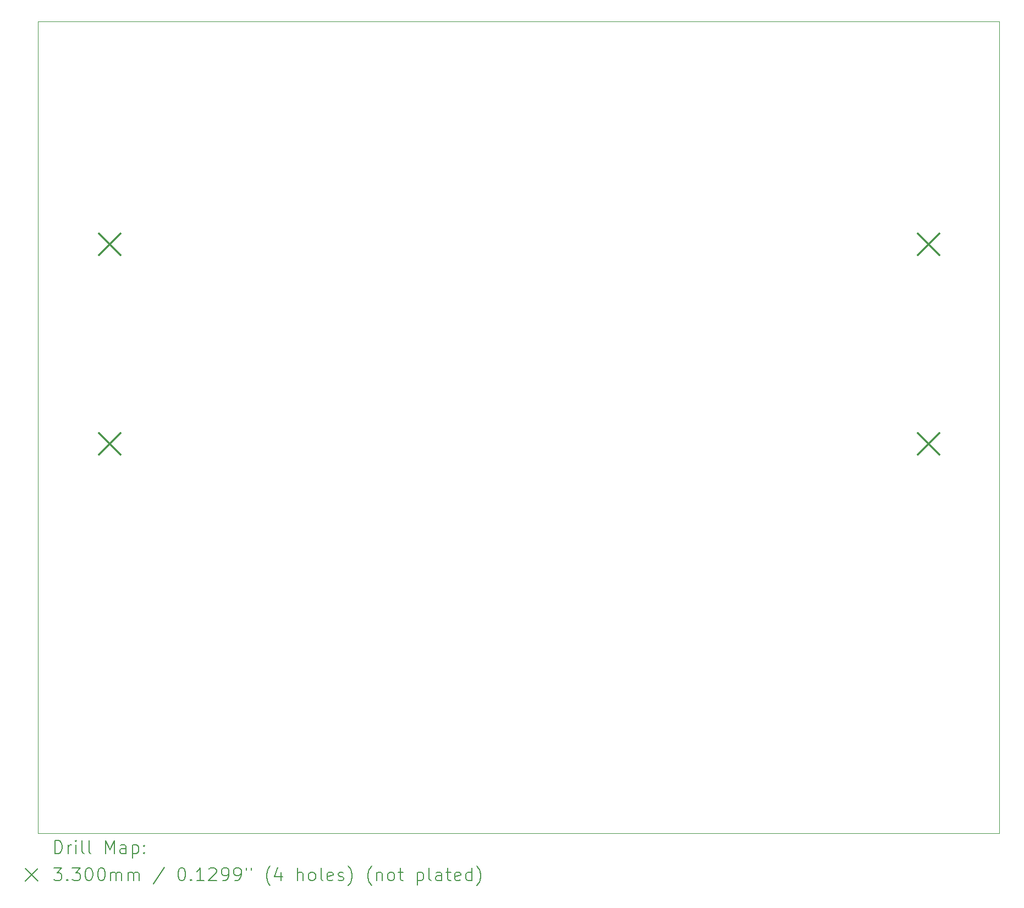
<source format=gbr>
%TF.GenerationSoftware,KiCad,Pcbnew,7.0.7*%
%TF.CreationDate,2023-08-22T14:13:43-05:00*%
%TF.ProjectId,O2 thermistor cable,4f322074-6865-4726-9d69-73746f722063,0*%
%TF.SameCoordinates,Original*%
%TF.FileFunction,Drillmap*%
%TF.FilePolarity,Positive*%
%FSLAX45Y45*%
G04 Gerber Fmt 4.5, Leading zero omitted, Abs format (unit mm)*
G04 Created by KiCad (PCBNEW 7.0.7) date 2023-08-22 14:13:43*
%MOMM*%
%LPD*%
G01*
G04 APERTURE LIST*
%ADD10C,0.050000*%
%ADD11C,0.200000*%
%ADD12C,0.330000*%
G04 APERTURE END LIST*
D10*
X4300000Y-2400000D02*
X19100000Y-2400000D01*
X19100000Y-14900000D01*
X4300000Y-14900000D01*
X4300000Y-2400000D01*
D11*
D12*
X5235000Y-5666000D02*
X5565000Y-5996000D01*
X5565000Y-5666000D02*
X5235000Y-5996000D01*
X5235000Y-8736000D02*
X5565000Y-9066000D01*
X5565000Y-8736000D02*
X5235000Y-9066000D01*
X17841250Y-5666000D02*
X18171250Y-5996000D01*
X18171250Y-5666000D02*
X17841250Y-5996000D01*
X17841250Y-8736000D02*
X18171250Y-9066000D01*
X18171250Y-8736000D02*
X17841250Y-9066000D01*
D11*
X4558277Y-15213984D02*
X4558277Y-15013984D01*
X4558277Y-15013984D02*
X4605896Y-15013984D01*
X4605896Y-15013984D02*
X4634467Y-15023508D01*
X4634467Y-15023508D02*
X4653515Y-15042555D01*
X4653515Y-15042555D02*
X4663039Y-15061603D01*
X4663039Y-15061603D02*
X4672563Y-15099698D01*
X4672563Y-15099698D02*
X4672563Y-15128269D01*
X4672563Y-15128269D02*
X4663039Y-15166365D01*
X4663039Y-15166365D02*
X4653515Y-15185412D01*
X4653515Y-15185412D02*
X4634467Y-15204460D01*
X4634467Y-15204460D02*
X4605896Y-15213984D01*
X4605896Y-15213984D02*
X4558277Y-15213984D01*
X4758277Y-15213984D02*
X4758277Y-15080650D01*
X4758277Y-15118746D02*
X4767801Y-15099698D01*
X4767801Y-15099698D02*
X4777324Y-15090174D01*
X4777324Y-15090174D02*
X4796372Y-15080650D01*
X4796372Y-15080650D02*
X4815420Y-15080650D01*
X4882086Y-15213984D02*
X4882086Y-15080650D01*
X4882086Y-15013984D02*
X4872563Y-15023508D01*
X4872563Y-15023508D02*
X4882086Y-15033031D01*
X4882086Y-15033031D02*
X4891610Y-15023508D01*
X4891610Y-15023508D02*
X4882086Y-15013984D01*
X4882086Y-15013984D02*
X4882086Y-15033031D01*
X5005896Y-15213984D02*
X4986848Y-15204460D01*
X4986848Y-15204460D02*
X4977324Y-15185412D01*
X4977324Y-15185412D02*
X4977324Y-15013984D01*
X5110658Y-15213984D02*
X5091610Y-15204460D01*
X5091610Y-15204460D02*
X5082086Y-15185412D01*
X5082086Y-15185412D02*
X5082086Y-15013984D01*
X5339229Y-15213984D02*
X5339229Y-15013984D01*
X5339229Y-15013984D02*
X5405896Y-15156841D01*
X5405896Y-15156841D02*
X5472563Y-15013984D01*
X5472563Y-15013984D02*
X5472563Y-15213984D01*
X5653515Y-15213984D02*
X5653515Y-15109222D01*
X5653515Y-15109222D02*
X5643991Y-15090174D01*
X5643991Y-15090174D02*
X5624943Y-15080650D01*
X5624943Y-15080650D02*
X5586848Y-15080650D01*
X5586848Y-15080650D02*
X5567801Y-15090174D01*
X5653515Y-15204460D02*
X5634467Y-15213984D01*
X5634467Y-15213984D02*
X5586848Y-15213984D01*
X5586848Y-15213984D02*
X5567801Y-15204460D01*
X5567801Y-15204460D02*
X5558277Y-15185412D01*
X5558277Y-15185412D02*
X5558277Y-15166365D01*
X5558277Y-15166365D02*
X5567801Y-15147317D01*
X5567801Y-15147317D02*
X5586848Y-15137793D01*
X5586848Y-15137793D02*
X5634467Y-15137793D01*
X5634467Y-15137793D02*
X5653515Y-15128269D01*
X5748753Y-15080650D02*
X5748753Y-15280650D01*
X5748753Y-15090174D02*
X5767801Y-15080650D01*
X5767801Y-15080650D02*
X5805896Y-15080650D01*
X5805896Y-15080650D02*
X5824943Y-15090174D01*
X5824943Y-15090174D02*
X5834467Y-15099698D01*
X5834467Y-15099698D02*
X5843991Y-15118746D01*
X5843991Y-15118746D02*
X5843991Y-15175888D01*
X5843991Y-15175888D02*
X5834467Y-15194936D01*
X5834467Y-15194936D02*
X5824943Y-15204460D01*
X5824943Y-15204460D02*
X5805896Y-15213984D01*
X5805896Y-15213984D02*
X5767801Y-15213984D01*
X5767801Y-15213984D02*
X5748753Y-15204460D01*
X5929705Y-15194936D02*
X5939229Y-15204460D01*
X5939229Y-15204460D02*
X5929705Y-15213984D01*
X5929705Y-15213984D02*
X5920182Y-15204460D01*
X5920182Y-15204460D02*
X5929705Y-15194936D01*
X5929705Y-15194936D02*
X5929705Y-15213984D01*
X5929705Y-15090174D02*
X5939229Y-15099698D01*
X5939229Y-15099698D02*
X5929705Y-15109222D01*
X5929705Y-15109222D02*
X5920182Y-15099698D01*
X5920182Y-15099698D02*
X5929705Y-15090174D01*
X5929705Y-15090174D02*
X5929705Y-15109222D01*
X4097500Y-15442500D02*
X4297500Y-15642500D01*
X4297500Y-15442500D02*
X4097500Y-15642500D01*
X4539229Y-15433984D02*
X4663039Y-15433984D01*
X4663039Y-15433984D02*
X4596372Y-15510174D01*
X4596372Y-15510174D02*
X4624944Y-15510174D01*
X4624944Y-15510174D02*
X4643991Y-15519698D01*
X4643991Y-15519698D02*
X4653515Y-15529222D01*
X4653515Y-15529222D02*
X4663039Y-15548269D01*
X4663039Y-15548269D02*
X4663039Y-15595888D01*
X4663039Y-15595888D02*
X4653515Y-15614936D01*
X4653515Y-15614936D02*
X4643991Y-15624460D01*
X4643991Y-15624460D02*
X4624944Y-15633984D01*
X4624944Y-15633984D02*
X4567801Y-15633984D01*
X4567801Y-15633984D02*
X4548753Y-15624460D01*
X4548753Y-15624460D02*
X4539229Y-15614936D01*
X4748753Y-15614936D02*
X4758277Y-15624460D01*
X4758277Y-15624460D02*
X4748753Y-15633984D01*
X4748753Y-15633984D02*
X4739229Y-15624460D01*
X4739229Y-15624460D02*
X4748753Y-15614936D01*
X4748753Y-15614936D02*
X4748753Y-15633984D01*
X4824944Y-15433984D02*
X4948753Y-15433984D01*
X4948753Y-15433984D02*
X4882086Y-15510174D01*
X4882086Y-15510174D02*
X4910658Y-15510174D01*
X4910658Y-15510174D02*
X4929705Y-15519698D01*
X4929705Y-15519698D02*
X4939229Y-15529222D01*
X4939229Y-15529222D02*
X4948753Y-15548269D01*
X4948753Y-15548269D02*
X4948753Y-15595888D01*
X4948753Y-15595888D02*
X4939229Y-15614936D01*
X4939229Y-15614936D02*
X4929705Y-15624460D01*
X4929705Y-15624460D02*
X4910658Y-15633984D01*
X4910658Y-15633984D02*
X4853515Y-15633984D01*
X4853515Y-15633984D02*
X4834467Y-15624460D01*
X4834467Y-15624460D02*
X4824944Y-15614936D01*
X5072563Y-15433984D02*
X5091610Y-15433984D01*
X5091610Y-15433984D02*
X5110658Y-15443508D01*
X5110658Y-15443508D02*
X5120182Y-15453031D01*
X5120182Y-15453031D02*
X5129705Y-15472079D01*
X5129705Y-15472079D02*
X5139229Y-15510174D01*
X5139229Y-15510174D02*
X5139229Y-15557793D01*
X5139229Y-15557793D02*
X5129705Y-15595888D01*
X5129705Y-15595888D02*
X5120182Y-15614936D01*
X5120182Y-15614936D02*
X5110658Y-15624460D01*
X5110658Y-15624460D02*
X5091610Y-15633984D01*
X5091610Y-15633984D02*
X5072563Y-15633984D01*
X5072563Y-15633984D02*
X5053515Y-15624460D01*
X5053515Y-15624460D02*
X5043991Y-15614936D01*
X5043991Y-15614936D02*
X5034467Y-15595888D01*
X5034467Y-15595888D02*
X5024944Y-15557793D01*
X5024944Y-15557793D02*
X5024944Y-15510174D01*
X5024944Y-15510174D02*
X5034467Y-15472079D01*
X5034467Y-15472079D02*
X5043991Y-15453031D01*
X5043991Y-15453031D02*
X5053515Y-15443508D01*
X5053515Y-15443508D02*
X5072563Y-15433984D01*
X5263039Y-15433984D02*
X5282086Y-15433984D01*
X5282086Y-15433984D02*
X5301134Y-15443508D01*
X5301134Y-15443508D02*
X5310658Y-15453031D01*
X5310658Y-15453031D02*
X5320182Y-15472079D01*
X5320182Y-15472079D02*
X5329705Y-15510174D01*
X5329705Y-15510174D02*
X5329705Y-15557793D01*
X5329705Y-15557793D02*
X5320182Y-15595888D01*
X5320182Y-15595888D02*
X5310658Y-15614936D01*
X5310658Y-15614936D02*
X5301134Y-15624460D01*
X5301134Y-15624460D02*
X5282086Y-15633984D01*
X5282086Y-15633984D02*
X5263039Y-15633984D01*
X5263039Y-15633984D02*
X5243991Y-15624460D01*
X5243991Y-15624460D02*
X5234467Y-15614936D01*
X5234467Y-15614936D02*
X5224944Y-15595888D01*
X5224944Y-15595888D02*
X5215420Y-15557793D01*
X5215420Y-15557793D02*
X5215420Y-15510174D01*
X5215420Y-15510174D02*
X5224944Y-15472079D01*
X5224944Y-15472079D02*
X5234467Y-15453031D01*
X5234467Y-15453031D02*
X5243991Y-15443508D01*
X5243991Y-15443508D02*
X5263039Y-15433984D01*
X5415420Y-15633984D02*
X5415420Y-15500650D01*
X5415420Y-15519698D02*
X5424944Y-15510174D01*
X5424944Y-15510174D02*
X5443991Y-15500650D01*
X5443991Y-15500650D02*
X5472563Y-15500650D01*
X5472563Y-15500650D02*
X5491610Y-15510174D01*
X5491610Y-15510174D02*
X5501134Y-15529222D01*
X5501134Y-15529222D02*
X5501134Y-15633984D01*
X5501134Y-15529222D02*
X5510658Y-15510174D01*
X5510658Y-15510174D02*
X5529705Y-15500650D01*
X5529705Y-15500650D02*
X5558277Y-15500650D01*
X5558277Y-15500650D02*
X5577325Y-15510174D01*
X5577325Y-15510174D02*
X5586848Y-15529222D01*
X5586848Y-15529222D02*
X5586848Y-15633984D01*
X5682086Y-15633984D02*
X5682086Y-15500650D01*
X5682086Y-15519698D02*
X5691610Y-15510174D01*
X5691610Y-15510174D02*
X5710658Y-15500650D01*
X5710658Y-15500650D02*
X5739229Y-15500650D01*
X5739229Y-15500650D02*
X5758277Y-15510174D01*
X5758277Y-15510174D02*
X5767801Y-15529222D01*
X5767801Y-15529222D02*
X5767801Y-15633984D01*
X5767801Y-15529222D02*
X5777324Y-15510174D01*
X5777324Y-15510174D02*
X5796372Y-15500650D01*
X5796372Y-15500650D02*
X5824943Y-15500650D01*
X5824943Y-15500650D02*
X5843991Y-15510174D01*
X5843991Y-15510174D02*
X5853515Y-15529222D01*
X5853515Y-15529222D02*
X5853515Y-15633984D01*
X6243991Y-15424460D02*
X6072563Y-15681603D01*
X6501134Y-15433984D02*
X6520182Y-15433984D01*
X6520182Y-15433984D02*
X6539229Y-15443508D01*
X6539229Y-15443508D02*
X6548753Y-15453031D01*
X6548753Y-15453031D02*
X6558277Y-15472079D01*
X6558277Y-15472079D02*
X6567801Y-15510174D01*
X6567801Y-15510174D02*
X6567801Y-15557793D01*
X6567801Y-15557793D02*
X6558277Y-15595888D01*
X6558277Y-15595888D02*
X6548753Y-15614936D01*
X6548753Y-15614936D02*
X6539229Y-15624460D01*
X6539229Y-15624460D02*
X6520182Y-15633984D01*
X6520182Y-15633984D02*
X6501134Y-15633984D01*
X6501134Y-15633984D02*
X6482086Y-15624460D01*
X6482086Y-15624460D02*
X6472563Y-15614936D01*
X6472563Y-15614936D02*
X6463039Y-15595888D01*
X6463039Y-15595888D02*
X6453515Y-15557793D01*
X6453515Y-15557793D02*
X6453515Y-15510174D01*
X6453515Y-15510174D02*
X6463039Y-15472079D01*
X6463039Y-15472079D02*
X6472563Y-15453031D01*
X6472563Y-15453031D02*
X6482086Y-15443508D01*
X6482086Y-15443508D02*
X6501134Y-15433984D01*
X6653515Y-15614936D02*
X6663039Y-15624460D01*
X6663039Y-15624460D02*
X6653515Y-15633984D01*
X6653515Y-15633984D02*
X6643991Y-15624460D01*
X6643991Y-15624460D02*
X6653515Y-15614936D01*
X6653515Y-15614936D02*
X6653515Y-15633984D01*
X6853515Y-15633984D02*
X6739229Y-15633984D01*
X6796372Y-15633984D02*
X6796372Y-15433984D01*
X6796372Y-15433984D02*
X6777325Y-15462555D01*
X6777325Y-15462555D02*
X6758277Y-15481603D01*
X6758277Y-15481603D02*
X6739229Y-15491127D01*
X6929706Y-15453031D02*
X6939229Y-15443508D01*
X6939229Y-15443508D02*
X6958277Y-15433984D01*
X6958277Y-15433984D02*
X7005896Y-15433984D01*
X7005896Y-15433984D02*
X7024944Y-15443508D01*
X7024944Y-15443508D02*
X7034467Y-15453031D01*
X7034467Y-15453031D02*
X7043991Y-15472079D01*
X7043991Y-15472079D02*
X7043991Y-15491127D01*
X7043991Y-15491127D02*
X7034467Y-15519698D01*
X7034467Y-15519698D02*
X6920182Y-15633984D01*
X6920182Y-15633984D02*
X7043991Y-15633984D01*
X7139229Y-15633984D02*
X7177325Y-15633984D01*
X7177325Y-15633984D02*
X7196372Y-15624460D01*
X7196372Y-15624460D02*
X7205896Y-15614936D01*
X7205896Y-15614936D02*
X7224944Y-15586365D01*
X7224944Y-15586365D02*
X7234467Y-15548269D01*
X7234467Y-15548269D02*
X7234467Y-15472079D01*
X7234467Y-15472079D02*
X7224944Y-15453031D01*
X7224944Y-15453031D02*
X7215420Y-15443508D01*
X7215420Y-15443508D02*
X7196372Y-15433984D01*
X7196372Y-15433984D02*
X7158277Y-15433984D01*
X7158277Y-15433984D02*
X7139229Y-15443508D01*
X7139229Y-15443508D02*
X7129706Y-15453031D01*
X7129706Y-15453031D02*
X7120182Y-15472079D01*
X7120182Y-15472079D02*
X7120182Y-15519698D01*
X7120182Y-15519698D02*
X7129706Y-15538746D01*
X7129706Y-15538746D02*
X7139229Y-15548269D01*
X7139229Y-15548269D02*
X7158277Y-15557793D01*
X7158277Y-15557793D02*
X7196372Y-15557793D01*
X7196372Y-15557793D02*
X7215420Y-15548269D01*
X7215420Y-15548269D02*
X7224944Y-15538746D01*
X7224944Y-15538746D02*
X7234467Y-15519698D01*
X7329706Y-15633984D02*
X7367801Y-15633984D01*
X7367801Y-15633984D02*
X7386848Y-15624460D01*
X7386848Y-15624460D02*
X7396372Y-15614936D01*
X7396372Y-15614936D02*
X7415420Y-15586365D01*
X7415420Y-15586365D02*
X7424944Y-15548269D01*
X7424944Y-15548269D02*
X7424944Y-15472079D01*
X7424944Y-15472079D02*
X7415420Y-15453031D01*
X7415420Y-15453031D02*
X7405896Y-15443508D01*
X7405896Y-15443508D02*
X7386848Y-15433984D01*
X7386848Y-15433984D02*
X7348753Y-15433984D01*
X7348753Y-15433984D02*
X7329706Y-15443508D01*
X7329706Y-15443508D02*
X7320182Y-15453031D01*
X7320182Y-15453031D02*
X7310658Y-15472079D01*
X7310658Y-15472079D02*
X7310658Y-15519698D01*
X7310658Y-15519698D02*
X7320182Y-15538746D01*
X7320182Y-15538746D02*
X7329706Y-15548269D01*
X7329706Y-15548269D02*
X7348753Y-15557793D01*
X7348753Y-15557793D02*
X7386848Y-15557793D01*
X7386848Y-15557793D02*
X7405896Y-15548269D01*
X7405896Y-15548269D02*
X7415420Y-15538746D01*
X7415420Y-15538746D02*
X7424944Y-15519698D01*
X7501134Y-15433984D02*
X7501134Y-15472079D01*
X7577325Y-15433984D02*
X7577325Y-15472079D01*
X7872563Y-15710174D02*
X7863039Y-15700650D01*
X7863039Y-15700650D02*
X7843991Y-15672079D01*
X7843991Y-15672079D02*
X7834468Y-15653031D01*
X7834468Y-15653031D02*
X7824944Y-15624460D01*
X7824944Y-15624460D02*
X7815420Y-15576841D01*
X7815420Y-15576841D02*
X7815420Y-15538746D01*
X7815420Y-15538746D02*
X7824944Y-15491127D01*
X7824944Y-15491127D02*
X7834468Y-15462555D01*
X7834468Y-15462555D02*
X7843991Y-15443508D01*
X7843991Y-15443508D02*
X7863039Y-15414936D01*
X7863039Y-15414936D02*
X7872563Y-15405412D01*
X8034468Y-15500650D02*
X8034468Y-15633984D01*
X7986848Y-15424460D02*
X7939229Y-15567317D01*
X7939229Y-15567317D02*
X8063039Y-15567317D01*
X8291610Y-15633984D02*
X8291610Y-15433984D01*
X8377325Y-15633984D02*
X8377325Y-15529222D01*
X8377325Y-15529222D02*
X8367801Y-15510174D01*
X8367801Y-15510174D02*
X8348753Y-15500650D01*
X8348753Y-15500650D02*
X8320182Y-15500650D01*
X8320182Y-15500650D02*
X8301134Y-15510174D01*
X8301134Y-15510174D02*
X8291610Y-15519698D01*
X8501134Y-15633984D02*
X8482087Y-15624460D01*
X8482087Y-15624460D02*
X8472563Y-15614936D01*
X8472563Y-15614936D02*
X8463039Y-15595888D01*
X8463039Y-15595888D02*
X8463039Y-15538746D01*
X8463039Y-15538746D02*
X8472563Y-15519698D01*
X8472563Y-15519698D02*
X8482087Y-15510174D01*
X8482087Y-15510174D02*
X8501134Y-15500650D01*
X8501134Y-15500650D02*
X8529706Y-15500650D01*
X8529706Y-15500650D02*
X8548753Y-15510174D01*
X8548753Y-15510174D02*
X8558277Y-15519698D01*
X8558277Y-15519698D02*
X8567801Y-15538746D01*
X8567801Y-15538746D02*
X8567801Y-15595888D01*
X8567801Y-15595888D02*
X8558277Y-15614936D01*
X8558277Y-15614936D02*
X8548753Y-15624460D01*
X8548753Y-15624460D02*
X8529706Y-15633984D01*
X8529706Y-15633984D02*
X8501134Y-15633984D01*
X8682087Y-15633984D02*
X8663039Y-15624460D01*
X8663039Y-15624460D02*
X8653515Y-15605412D01*
X8653515Y-15605412D02*
X8653515Y-15433984D01*
X8834468Y-15624460D02*
X8815420Y-15633984D01*
X8815420Y-15633984D02*
X8777325Y-15633984D01*
X8777325Y-15633984D02*
X8758277Y-15624460D01*
X8758277Y-15624460D02*
X8748753Y-15605412D01*
X8748753Y-15605412D02*
X8748753Y-15529222D01*
X8748753Y-15529222D02*
X8758277Y-15510174D01*
X8758277Y-15510174D02*
X8777325Y-15500650D01*
X8777325Y-15500650D02*
X8815420Y-15500650D01*
X8815420Y-15500650D02*
X8834468Y-15510174D01*
X8834468Y-15510174D02*
X8843992Y-15529222D01*
X8843992Y-15529222D02*
X8843992Y-15548269D01*
X8843992Y-15548269D02*
X8748753Y-15567317D01*
X8920182Y-15624460D02*
X8939230Y-15633984D01*
X8939230Y-15633984D02*
X8977325Y-15633984D01*
X8977325Y-15633984D02*
X8996373Y-15624460D01*
X8996373Y-15624460D02*
X9005896Y-15605412D01*
X9005896Y-15605412D02*
X9005896Y-15595888D01*
X9005896Y-15595888D02*
X8996373Y-15576841D01*
X8996373Y-15576841D02*
X8977325Y-15567317D01*
X8977325Y-15567317D02*
X8948753Y-15567317D01*
X8948753Y-15567317D02*
X8929706Y-15557793D01*
X8929706Y-15557793D02*
X8920182Y-15538746D01*
X8920182Y-15538746D02*
X8920182Y-15529222D01*
X8920182Y-15529222D02*
X8929706Y-15510174D01*
X8929706Y-15510174D02*
X8948753Y-15500650D01*
X8948753Y-15500650D02*
X8977325Y-15500650D01*
X8977325Y-15500650D02*
X8996373Y-15510174D01*
X9072563Y-15710174D02*
X9082087Y-15700650D01*
X9082087Y-15700650D02*
X9101134Y-15672079D01*
X9101134Y-15672079D02*
X9110658Y-15653031D01*
X9110658Y-15653031D02*
X9120182Y-15624460D01*
X9120182Y-15624460D02*
X9129706Y-15576841D01*
X9129706Y-15576841D02*
X9129706Y-15538746D01*
X9129706Y-15538746D02*
X9120182Y-15491127D01*
X9120182Y-15491127D02*
X9110658Y-15462555D01*
X9110658Y-15462555D02*
X9101134Y-15443508D01*
X9101134Y-15443508D02*
X9082087Y-15414936D01*
X9082087Y-15414936D02*
X9072563Y-15405412D01*
X9434468Y-15710174D02*
X9424944Y-15700650D01*
X9424944Y-15700650D02*
X9405896Y-15672079D01*
X9405896Y-15672079D02*
X9396373Y-15653031D01*
X9396373Y-15653031D02*
X9386849Y-15624460D01*
X9386849Y-15624460D02*
X9377325Y-15576841D01*
X9377325Y-15576841D02*
X9377325Y-15538746D01*
X9377325Y-15538746D02*
X9386849Y-15491127D01*
X9386849Y-15491127D02*
X9396373Y-15462555D01*
X9396373Y-15462555D02*
X9405896Y-15443508D01*
X9405896Y-15443508D02*
X9424944Y-15414936D01*
X9424944Y-15414936D02*
X9434468Y-15405412D01*
X9510658Y-15500650D02*
X9510658Y-15633984D01*
X9510658Y-15519698D02*
X9520182Y-15510174D01*
X9520182Y-15510174D02*
X9539230Y-15500650D01*
X9539230Y-15500650D02*
X9567801Y-15500650D01*
X9567801Y-15500650D02*
X9586849Y-15510174D01*
X9586849Y-15510174D02*
X9596373Y-15529222D01*
X9596373Y-15529222D02*
X9596373Y-15633984D01*
X9720182Y-15633984D02*
X9701134Y-15624460D01*
X9701134Y-15624460D02*
X9691611Y-15614936D01*
X9691611Y-15614936D02*
X9682087Y-15595888D01*
X9682087Y-15595888D02*
X9682087Y-15538746D01*
X9682087Y-15538746D02*
X9691611Y-15519698D01*
X9691611Y-15519698D02*
X9701134Y-15510174D01*
X9701134Y-15510174D02*
X9720182Y-15500650D01*
X9720182Y-15500650D02*
X9748754Y-15500650D01*
X9748754Y-15500650D02*
X9767801Y-15510174D01*
X9767801Y-15510174D02*
X9777325Y-15519698D01*
X9777325Y-15519698D02*
X9786849Y-15538746D01*
X9786849Y-15538746D02*
X9786849Y-15595888D01*
X9786849Y-15595888D02*
X9777325Y-15614936D01*
X9777325Y-15614936D02*
X9767801Y-15624460D01*
X9767801Y-15624460D02*
X9748754Y-15633984D01*
X9748754Y-15633984D02*
X9720182Y-15633984D01*
X9843992Y-15500650D02*
X9920182Y-15500650D01*
X9872563Y-15433984D02*
X9872563Y-15605412D01*
X9872563Y-15605412D02*
X9882087Y-15624460D01*
X9882087Y-15624460D02*
X9901134Y-15633984D01*
X9901134Y-15633984D02*
X9920182Y-15633984D01*
X10139230Y-15500650D02*
X10139230Y-15700650D01*
X10139230Y-15510174D02*
X10158277Y-15500650D01*
X10158277Y-15500650D02*
X10196373Y-15500650D01*
X10196373Y-15500650D02*
X10215420Y-15510174D01*
X10215420Y-15510174D02*
X10224944Y-15519698D01*
X10224944Y-15519698D02*
X10234468Y-15538746D01*
X10234468Y-15538746D02*
X10234468Y-15595888D01*
X10234468Y-15595888D02*
X10224944Y-15614936D01*
X10224944Y-15614936D02*
X10215420Y-15624460D01*
X10215420Y-15624460D02*
X10196373Y-15633984D01*
X10196373Y-15633984D02*
X10158277Y-15633984D01*
X10158277Y-15633984D02*
X10139230Y-15624460D01*
X10348754Y-15633984D02*
X10329706Y-15624460D01*
X10329706Y-15624460D02*
X10320182Y-15605412D01*
X10320182Y-15605412D02*
X10320182Y-15433984D01*
X10510658Y-15633984D02*
X10510658Y-15529222D01*
X10510658Y-15529222D02*
X10501135Y-15510174D01*
X10501135Y-15510174D02*
X10482087Y-15500650D01*
X10482087Y-15500650D02*
X10443992Y-15500650D01*
X10443992Y-15500650D02*
X10424944Y-15510174D01*
X10510658Y-15624460D02*
X10491611Y-15633984D01*
X10491611Y-15633984D02*
X10443992Y-15633984D01*
X10443992Y-15633984D02*
X10424944Y-15624460D01*
X10424944Y-15624460D02*
X10415420Y-15605412D01*
X10415420Y-15605412D02*
X10415420Y-15586365D01*
X10415420Y-15586365D02*
X10424944Y-15567317D01*
X10424944Y-15567317D02*
X10443992Y-15557793D01*
X10443992Y-15557793D02*
X10491611Y-15557793D01*
X10491611Y-15557793D02*
X10510658Y-15548269D01*
X10577325Y-15500650D02*
X10653515Y-15500650D01*
X10605896Y-15433984D02*
X10605896Y-15605412D01*
X10605896Y-15605412D02*
X10615420Y-15624460D01*
X10615420Y-15624460D02*
X10634468Y-15633984D01*
X10634468Y-15633984D02*
X10653515Y-15633984D01*
X10796373Y-15624460D02*
X10777325Y-15633984D01*
X10777325Y-15633984D02*
X10739230Y-15633984D01*
X10739230Y-15633984D02*
X10720182Y-15624460D01*
X10720182Y-15624460D02*
X10710658Y-15605412D01*
X10710658Y-15605412D02*
X10710658Y-15529222D01*
X10710658Y-15529222D02*
X10720182Y-15510174D01*
X10720182Y-15510174D02*
X10739230Y-15500650D01*
X10739230Y-15500650D02*
X10777325Y-15500650D01*
X10777325Y-15500650D02*
X10796373Y-15510174D01*
X10796373Y-15510174D02*
X10805896Y-15529222D01*
X10805896Y-15529222D02*
X10805896Y-15548269D01*
X10805896Y-15548269D02*
X10710658Y-15567317D01*
X10977325Y-15633984D02*
X10977325Y-15433984D01*
X10977325Y-15624460D02*
X10958277Y-15633984D01*
X10958277Y-15633984D02*
X10920182Y-15633984D01*
X10920182Y-15633984D02*
X10901135Y-15624460D01*
X10901135Y-15624460D02*
X10891611Y-15614936D01*
X10891611Y-15614936D02*
X10882087Y-15595888D01*
X10882087Y-15595888D02*
X10882087Y-15538746D01*
X10882087Y-15538746D02*
X10891611Y-15519698D01*
X10891611Y-15519698D02*
X10901135Y-15510174D01*
X10901135Y-15510174D02*
X10920182Y-15500650D01*
X10920182Y-15500650D02*
X10958277Y-15500650D01*
X10958277Y-15500650D02*
X10977325Y-15510174D01*
X11053516Y-15710174D02*
X11063039Y-15700650D01*
X11063039Y-15700650D02*
X11082087Y-15672079D01*
X11082087Y-15672079D02*
X11091611Y-15653031D01*
X11091611Y-15653031D02*
X11101135Y-15624460D01*
X11101135Y-15624460D02*
X11110658Y-15576841D01*
X11110658Y-15576841D02*
X11110658Y-15538746D01*
X11110658Y-15538746D02*
X11101135Y-15491127D01*
X11101135Y-15491127D02*
X11091611Y-15462555D01*
X11091611Y-15462555D02*
X11082087Y-15443508D01*
X11082087Y-15443508D02*
X11063039Y-15414936D01*
X11063039Y-15414936D02*
X11053516Y-15405412D01*
M02*

</source>
